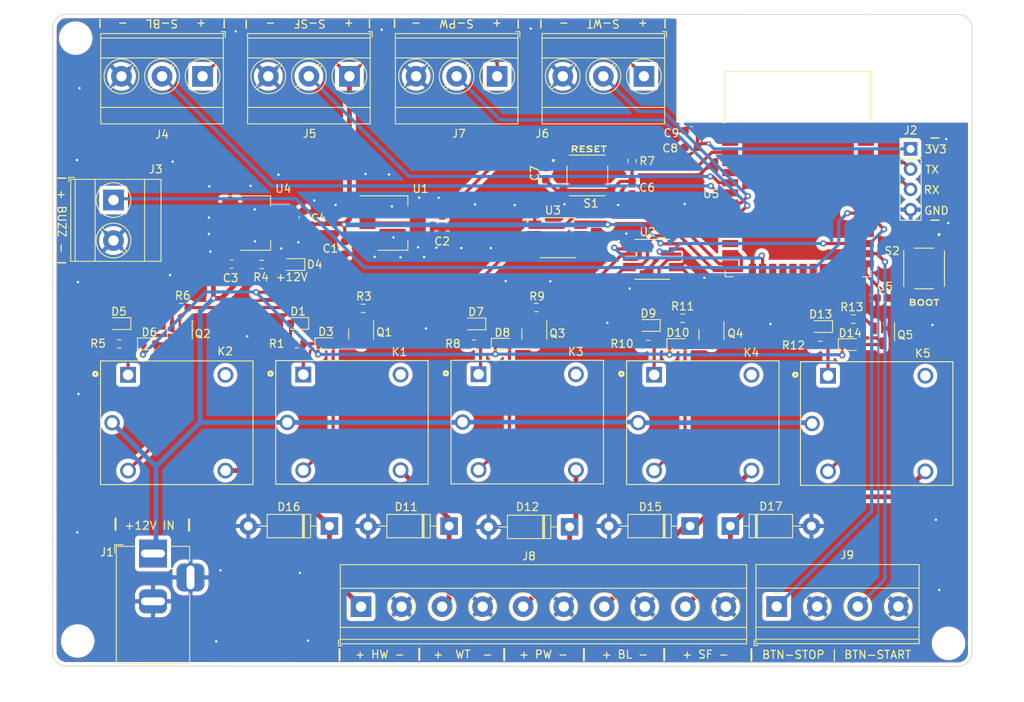
<source format=kicad_pcb>
(kicad_pcb (version 20211014) (generator pcbnew)
  (layers (0 "F.Cu" signal) (31 "B.Cu" signal) (34 "B.Paste" user) (35 "F.Paste" user) (36 "B.SilkS" user "B.Silkscreen") (37 "F.SilkS" user "F.Silkscreen") (38 "B.Mask" user) (39 "F.Mask" user) (44 "Edge.Cuts" user))
  (net 0 "")
  (net 1 "+12V")
  (net 2 "GND")
  (net 3 "+5V")
  (net 4 "+3V3")
  (net 5 "BOOT")
  (net 6 "EN")
  (net 7 "Net-(D1-Pad1)")
  (net 8 "Net-(D1-Pad2)")
  (net 9 "Net-(D4-Pad2)")
  (net 10 "Net-(D5-Pad1)")
  (net 11 "Net-(D5-Pad2)")
  (net 12 "Net-(D7-Pad2)")
  (net 13 "Net-(D9-Pad2)")
  (net 14 "WATER")
  (net 15 "POWDER")
  (net 16 "BLEACH")
  (net 17 "SOFTENER")
  (net 18 "SENSOR_POWDER")
  (net 19 "SENSOR_SOFTENER")
  (net 20 "SENSOR_BLEACH")
  (net 21 "TX")
  (net 22 "RX")
  (net 23 "BUZZER")
  (net 24 "SENSOR_WATER")
  (net 27 "Net-(D7-Pad1)")
  (net 29 "Net-(D10-Pad2)")
  (net 31 "Net-(Q1-Pad2)")
  (net 32 "Net-(Q2-Pad2)")
  (net 33 "Net-(Q3-Pad2)")
  (net 34 "Net-(Q4-Pad2)")
  (net 35 "R_S")
  (net 36 "R_W")
  (net 37 "R_P")
  (net 38 "R_B")
  (net 39 "RELAY_WATER_3V3")
  (net 40 "RELAY_POWDER_3V3")
  (net 41 "RELAY_SOFTENER_3V3")
  (net 42 "RELAY_BLEACH_3V3")
  (net 43 "Net-(D13-Pad2)")
  (net 44 "HOTWATER")
  (net 45 "Net-(D13-Pad1)")
  (net 47 "Net-(Q5-Pad2)")
  (net 48 "R_HW")
  (net 49 "RELAY_HOTWATER_3V3")
  (net 71 "BUTTON_STOP")
  (net 73 "BUTTON_START")
  (footprint "Diode_SMD:D_0603_1608Metric" (layer "F.Cu") (at 185.3975 95.6825)
    (fp_text reference "D14")
    (fp_text value "D")
  )
  (footprint "Resistor_SMD:R_0603_1608Metric" (layer "F.Cu") (at 164.4075 92.3825 180)
    (fp_text reference "R11")
    (fp_text value "1k")
  )
  (footprint "SRD-05VDC-SL-C:RELAY_SRD-05VDC-SL-C" (layer "F.Cu") (at 166.93 105.4725)
    (fp_text reference "K4")
    (fp_text value "SRD-05VDC-SL-C")
  )
  (footprint "LED_SMD:LED_0603_1608Metric" (layer "F.Cu") (at 160.1075 93.2825 180)
    (fp_text reference "D9")
    (fp_text value "LED_R1")
  )
  (footprint "LED_SMD:LED_0603_1608Metric" (layer "F.Cu") (at 93.765 93.0525 180)
    (fp_text reference "D5")
    (fp_text value "LED_R1")
  )
  (footprint "Package_TO_SOT_SMD:SOT-223-3_TabPin2" (layer "F.Cu") (at 128.06 80.44)
    (fp_text reference "U1")
    (fp_text value "AMS1117-3.3")
  )
  (footprint "SRD-05VDC-SL-C:RELAY_SRD-05VDC-SL-C" (layer "F.Cu") (at 144.93 105.4025)
    (fp_text reference "K3")
    (fp_text value "SRD-05VDC-SL-C")
  )
  (footprint "MountingHole:MountingHole_3.2mm_M3" (layer "F.Cu") (at 88.59 132.85)
    (fp_text reference "REF**" hide)
    (fp_text value "MountingHole_3.2mm_M3")
  )
  (footprint "TerminalBlock_Phoenix:TerminalBlock_Phoenix_MKDS-3-2-5.08_1x02_P5.08mm_Horizontal" (layer "F.Cu") (at 93.08 77.555 -90)
    (fp_text reference "J3")
    (fp_text value "Screw_Terminal_01x02")
  )
  (footprint "LED_SMD:LED_0603_1608Metric" (layer "F.Cu") (at 181.6975 93.4225 180)
    (fp_text reference "D13")
    (fp_text value "LED_R1")
  )
  (footprint "Diode_SMD:D_0603_1608Metric" (layer "F.Cu") (at 97.575 95.5925)
    (fp_text reference "D6")
    (fp_text value "D")
  )
  (footprint "Capacitor_SMD:C_0603_1608Metric" (layer "F.Cu") (at 165.475 70.94 180)
    (fp_text reference "C8")
    (fp_text value "100nF/10V/10%")
  )
  (footprint "TerminalBlock_Phoenix:TerminalBlock_Phoenix_MKDS-1,5-4-5.08_1x04_P5.08mm_Horizontal" (layer "F.Cu") (at 176.19 128.525)
    (fp_text reference "J9")
    (fp_text value "Screw_Terminal_01x04")
  )
  (footprint "Resistor_SMD:R_0603_1608Metric" (layer "F.Cu") (at 146.06 91.04)
    (fp_text reference "R9")
    (fp_text value "1k")
  )
  (footprint "Resistor_SMD:R_0603_1608Metric" (layer "F.Cu") (at 185.7975 92.4825 180)
    (fp_text reference "R13")
    (fp_text value "1k")
  )
  (footprint "Diode_THT:D_DO-41_SOD81_P10.16mm_Horizontal" (layer "F.Cu") (at 135.14 118.44 180)
    (fp_text reference "D11")
    (fp_text value "1N4007")
  )
  (footprint "Resistor_SMD:R_0603_1608Metric" (layer "F.Cu") (at 160.1075 95.6825 180)
    (fp_text reference "R10")
    (fp_text value "150")
  )
  (footprint "TerminalBlock_Phoenix:TerminalBlock_Phoenix_MKDS-1,5-10-5.08_1x10_P5.08mm_Horizontal" (layer "F.Cu") (at 124.1 128.545)
    (fp_text reference "J8")
    (fp_text value "Screw_Terminal_01x10")
  )
  (footprint "Package_TO_SOT_SMD:SOT-23" (layer "F.Cu") (at 189.3975 94.5825 -90)
    (fp_text reference "Q5")
    (fp_text value "2N2219")
  )
  (footprint "Package_TO_SOT_SMD:SOT-23" (layer "F.Cu") (at 124.1075 94.3825 -90)
    (fp_text reference "Q1")
    (fp_text value "2N2219")
  )
  (footprint "TS-1187A-B-A-B:SW_TS-1187A-B-A-B" (layer "F.Cu") (at 152.4575 74.47)
    (fp_text reference "S1")
    (fp_text value "TS-1187A-B-A-B")
  )
  (footprint "Capacitor_SMD:C_0603_1608Metric" (layer "F.Cu") (at 107.885 85.61)
    (fp_text reference "C3")
    (fp_text value "10uF/10V/10%")
  )
  (footprint "Package_TO_SOT_SMD:SOT-23" (layer "F.Cu") (at 145.8075 94.3625 -90)
    (fp_text reference "Q3")
    (fp_text value "2N2219")
  )
  (footprint "Diode_THT:D_DO-41_SOD81_P10.16mm_Horizontal" (layer "F.Cu") (at 150.24 118.54 180)
    (fp_text reference "D12")
    (fp_text value "1N4007")
  )
  (footprint "TS-1187A-B-A-B:SW_TS-1187A-B-A-B" (layer "F.Cu") (at 194.66 86.14 -90)
    (fp_text reference "S2")
    (fp_text value "TS-1187A-B-A-B")
  )
  (footprint "LED_SMD:LED_0603_1608Metric" (layer "F.Cu") (at 115.56 85.64 180)
    (fp_text reference "D4")
    (fp_text value "12V")
  )
  (footprint "RF_Module:ESP32-WROOM-32" (layer "F.Cu") (at 178.86 77.295)
    (fp_text reference "U5")
    (fp_text value "ESP32-WROOM-32D")
  )
  (footprint "TerminalBlock_Phoenix:TerminalBlock_Phoenix_MKDS-3-3-5.08_1x03_P5.08mm_Horizontal" (layer "F.Cu") (at 159.545 62.04 180)
    (fp_text reference "J6")
    (fp_text value "Screw_Terminal_01x03")
  )
  (footprint "Capacitor_SMD:C_0603_1608Metric" (layer "F.Cu") (at 134.26 80.34 -90)
    (fp_text reference "C2")
    (fp_text value "22uF/10V/10%")
  )
  (footprint "Package_TO_SOT_SMD:SOT-23" (layer "F.Cu") (at 101.385 94.3225 -90)
    (fp_text reference "Q2")
    (fp_text value "2N2219")
  )
  (footprint "Diode_SMD:D_0603_1608Metric" (layer "F.Cu") (at 141.9075 95.6325)
    (fp_text reference "D8")
    (fp_text value "D")
  )
  (footprint "Capacitor_SMD:C_0603_1608Metric" (layer "F.Cu") (at 147.2575 74.27 -90)
    (fp_text reference "C7")
    (fp_text value "0.1uF/50v")
  )
  (footprint "Connector_PinHeader_2.54mm:PinHeader_1x04_P2.54mm_Vertical" (layer "F.Cu") (at 192.96 71.14)
    (fp_text reference "J2")
    (fp_text value "Conn_01x04_Male")
  )
  (footprint "MountingHole:MountingHole_3.2mm_M3" (layer "F.Cu") (at 197.72 133.15)
    (fp_text reference "REF**" hide)
    (fp_text value "MountingHole_3.2mm_M3")
  )
  (footprint "Capacitor_SMD:C_0603_1608Metric" (layer "F.Cu") (at 165.495 68.855 180)
    (fp_text reference "C9")
    (fp_text value "22uF/10V/10%")
  )
  (footprint "Diode_THT:D_DO-41_SOD81_P10.16mm_Horizontal" (layer "F.Cu") (at 120.14 118.44 180)
    (fp_text reference "D16")
    (fp_text value "1N4007")
  )
  (footprint "SRD-05VDC-SL-C:RELAY_SRD-05VDC-SL-C" (layer "F.Cu") (at 188.72 105.5825)
    (fp_text reference "K5")
    (fp_text value "SRD-05VDC-SL-C")
  )
  (footprint "Diode_SMD:D_0603_1608Metric" (layer "F.Cu") (at 119.815 95.57)
    (fp_text reference "D3")
    (fp_text value "D")
  )
  (footprint "Resistor_SMD:R_0603_1608Metric" (layer "F.Cu") (at 124.36 91.14)
    (fp_text reference "R3")
    (fp_text value "1k")
  )
  (footprint "SRD-05VDC-SL-C:RELAY_SRD-05VDC-SL-C" (layer "F.Cu") (at 101.0075 105.4825)
    (fp_text reference "K2")
    (fp_text value "SRD-05VDC-SL-C")
  )
  (footprint "Resistor_SMD:R_0603_1608Metric" (layer "F.Cu") (at 158.0575 72.67 -90)
    (fp_text reference "R7")
    (fp_text value "10k")
  )
  (footprint "LED_SMD:LED_0603_1608Metric" (layer "F.Cu") (at 116.0575 93.03 180)
    (fp_text reference "D1")
    (fp_text value "LED_R1")
  )
  (footprint "Capacitor_SMD:C_0603_1608Metric" (layer "F.Cu") (at 189.56 89.84)
    (fp_text reference "C5")
    (fp_text value "0.1uF/50v")
  )
  (footprint "Package_TO_SOT_SMD:SOT-223-3_TabPin2" (layer "F.Cu") (at 110.86 80.44)
    (fp_text reference "U4")
    (fp_text value "AMS1117-5.0")
  )
  (footprint "Diode_THT:D_DO-41_SOD81_P10.16mm_Horizontal" (layer "F.Cu") (at 165.34 118.44 180)
    (fp_text reference "D15")
    (fp_text value "1N4007")
  )
  (footprint "Connector_BarrelJack:BarrelJack_Horizontal" (layer "F.Cu") (at 98.0325 121.88 90)
    (fp_text reference "J1")
    (fp_text value "Barrel_Jack_Switch")
  )
  (footprint "Resistor_SMD:R_0603_1608Metric" (layer "F.Cu") (at 101.56 91.04)
    (fp_text reference "R6")
    (fp_text value "1k")
  )
  (footprint "Resistor_SMD:R_0603_1608Metric" (layer "F.Cu") (at 111.66 85.64)
    (fp_text reference "R4")
    (fp_text value "2k")
  )
  (footprint "MountingHole:MountingHole_3.2mm_M3" (layer "F.Cu") (at 197.3 57.75)
    (fp_text reference "REF**" hide)
    (fp_text value "MountingHole_3.2mm_M3")
  )
  (footprint "SN74AHCT125PW:SOP65P640X120-14N" (layer "F.Cu") (at 148.74 82.28)
    (fp_text reference "U3")
    (fp_text value "SN74AHCT125PW")
  )
  (footprint "Resistor_SMD:R_0603_1608Metric" (layer "F.Cu") (at 116.0575 95.57 180)
    (fp_text reference "R1")
    (fp_text value "150")
  )
  (footprint "Resistor_SMD:R_0603_1608Metric" (layer "F.Cu") (at 93.765 95.5925 180)
    (fp_text reference "R5")
    (fp_text value "150")
  )
  (footprint "Resistor_SMD:R_0603_1608Metric" (layer "F.Cu") (at 181.6775 95.7825 180)
    (fp_text reference "R12")
    (fp_text value "150")
  )
  (footprint "Diode_THT:D_DO-41_SOD81_P10.16mm_Horizontal" (layer "F.Cu") (at 170.38 118.44)
    (fp_text reference "D17")
    (fp_text value "1N4007")
  )
  (footprint "SN74AHCT125PW:SOP65P640X120-14N" (layer "F.Cu") (at 160.6 84.99)
    (fp_text reference "U2")
    (fp_text value "SN74AHCT125PW")
  )
  (footprint "TerminalBlock_Phoenix:TerminalBlock_Phoenix_MKDS-3-3-5.08_1x03_P5.08mm_Horizontal" (layer "F.Cu") (at 141.16 62.04 180)
    (fp_text reference "J7")
    (fp_text value "Screw_Terminal_01x03")
  )
  (footprint "TerminalBlock_Phoenix:TerminalBlock_Phoenix_MKDS-3-3-5.08_1x03_P5.08mm_Horizontal" (layer "F.Cu") (at 104.245 62.04 180)
    (fp_text reference "J4")
    (fp_text value "Screw_Terminal_01x03")
  )
  (footprint "SRD-05VDC-SL-C:RELAY_SRD-05VDC-SL-C" (layer "F.Cu") (at 122.96 105.44)
    (fp_text reference "K1")
    (fp_text value "SRD-05VDC-SL-C")
  )
  (footprint "Resistor_SMD:R_0603_1608Metric" (layer "F.Cu") (at 138.2475 95.6325 180)
    (fp_text reference "R8")
    (fp_text value "150")
  )
  (footprint "MountingHole:MountingHole_3.2mm_M3" (layer "F.Cu") (at 88.34 57.25)
    (fp_text reference "REF**" hide)
    (fp_text value "MountingHole_3.2mm_M3")
  )
  (footprint "LED_SMD:LED_0603_1608Metric" (layer "F.Cu") (at 138.2475 93.0925 180)
    (fp_text reference "D7")
    (fp_text value "LED_R1")
  )
  (footprint "Capacitor_SMD:C_0603_1608Metric" (layer "F.Cu") (at 116.86 79.74 90)
    (fp_text reference "C4")
    (fp_text value "10uF/10V/10%")
  )
  (footprint "Capacitor_SMD:C_0603_1608Metric" (layer "F.Cu") (at 122.06 83.54 -90)
    (fp_text reference "C1")
    (fp_text value "22uF/10V/10%")
  )
  (footprint "TerminalBlock_Phoenix:TerminalBlock_Phoenix_MKDS-3-3-5.08_1x03_P5.08mm_Horizontal" (layer "F.Cu") (at 122.645 62.04 180)
    (fp_text reference "J5")
    (fp_text value "Screw_Terminal_01x03")
  )
  (footprint "Package_TO_SOT_SMD:SOT-23" (layer "F.Cu") (at 168.0075 94.445 -90)
    (fp_text reference "Q4")
    (fp_text value "2N2219")
  )
  (footprint "Capacitor_SMD:C_0603_1608Metric" (layer "F.Cu") (at 158.0575 75.995 -90)
    (fp_text reference "C6")
    (fp_text value "0.1uF")
  )
  (footprint "Diode_SMD:D_0603_1608Metric" (layer "F.Cu") (at 163.9075 95.6825)
    (fp_text reference "D10")
    (fp_text value "D")
  )
  (gr_arc (start 198.962122 54.287878) (mid 200.16 54.79) (end 200.662122 55.987878) (layer "Edge.Cuts") (width 0.1))
  (gr_line (start 200.662122 55.987878) (end 200.66 134.33) (layer "Edge.Cuts") (width 0.1))
  (gr_line (start 87.167878 54.257878) (end 198.962122 54.287878) (layer "Edge.Cuts") (width 0.1))
  (gr_line (start 85.45 134.29) (end 85.467878 55.957878) (layer "Edge.Cuts") (width 0.1))
  (gr_arc (start 85.467878 55.957878) (mid 85.97 54.76) (end 87.167878 54.257878) (layer "Edge.Cuts") (width 0.1))
  (gr_line (start 198.96 136.03) (end 87.15 135.99) (layer "Edge.Cuts") (width 0.1))
  (gr_arc (start 200.66 134.33) (mid 200.157878 135.527878) (end 198.96 136.03) (layer "Edge.Cuts") (width 0.1))
  (gr_arc (start 87.15 135.99) (mid 85.952122 135.487878) (end 85.45 134.29) (layer "Edge.Cuts") (width 0.1))
  (gr_text "|" (at 152.03 134.49) (layer "F.SilkS") (effects (font (size 1 1) (thickness 0.25))))
  (gr_text "|" (at 196.05 69.77 270) (layer "F.SilkS") (effects (font (size 0.7 1) (thickness 0.175))))
  (gr_text "|" (at 162.2 55.51 180) (layer "F.SilkS") (effects (font (size 0.7 1) (thickness 0.175))))
  (gr_text "|" (at 146.64 55.53 180) (layer "F.SilkS") (effects (font (size 0.7 1) (thickness 0.175))))
  (gr_text "+   S-BL   -" (at 99.16 55.44 180) (layer "F.SilkS") (effects (font (size 1 1))))
  (gr_text "+12V IN" (at 97.62 118.38) (layer "F.SilkS") (effects (font (size 1 1))))
  (gr_text "|" (at 128.3 55.49 180) (layer "F.SilkS") (effects (font (size 0.7 1) (thickness 0.175))))
  (gr_text "+   S-SF   -" (at 117.66 55.44 180) (layer "F.SilkS") (effects (font (size 1 1))))
  (gr_text "RESET" (at 152.62 71.18) (layer "F.SilkS") (effects (font (size 0.7 1) (thickness 0.175))))
  (gr_text "|" (at 86.54 85.42 90) (layer "F.SilkS") (effects (font (size 0.7 1) (thickness 0.175))))
  (gr_text "BOOT" (at 194.65 90.43) (layer "F.SilkS") (effects (font (size 0.7 1) (thickness 0.175))))
  (gr_text "|" (at 106.95 55.51 180) (layer "F.SilkS") (effects (font (size 0.7 1) (thickness 0.175))))
  (gr_text "+ HW -" (at 126.46 134.54) (layer "F.SilkS") (effects (font (size 1 1))))
  (gr_text "+ SF -" (at 167.26 134.54) (layer "F.SilkS") (effects (font (size 1 1))))
  (gr_text "|" (at 143.8 55.54 180) (layer "F.SilkS") (effects (font (size 0.7 1) (thickness 0.175))))
  (gr_text "+ PW -" (at 146.96 134.54) (layer "F.SilkS") (effects (font (size 1 1))))
  (gr_text "+   S-WT   -" (at 154.46 55.44 180) (layer "F.SilkS") (effects (font (size 1 1))))
  (gr_text "|" (at 142.04 134.49) (layer "F.SilkS") (effects (font (size 1 1) (thickness 0.25))))
  (gr_text "|" (at 86.57 74.81 90) (layer "F.SilkS") (effects (font (size 0.7 1) (thickness 0.175))))
  (gr_text "GND" (at 196.21 78.89) (layer "F.SilkS") (effects (font (size 1 1))))
  (gr_text "|" (at 93.33 118.14) (layer "F.SilkS") (effects (font (size 1 1) (thickness 0.25))))
  (gr_text "+12V" (at 115.42 87.22) (layer "F.SilkS") (effects (font (size 1 1))))
  (gr_text "3V3" (at 196.11 71.19) (layer "F.SilkS") (effects (font (size 1 1))))
  (gr_text "+  WT  -" (at 136.86 134.54) (layer "F.SilkS") (effects (font (size 1 1))))
  (gr_text "RX" (at 195.61 76.29) (layer "F.SilkS") (effects (font (size 1 1))))
  (gr_text "|" (at 196.05 80.08 270) (layer "F.SilkS") (effects (font (size 0.7 1) (thickness 0.175))))
  (gr_text "|" (at 91.39 55.5 180) (layer "F.SilkS") (effects (font (size 0.7 1) (thickness 0.175))))
  (gr_text "|" (at 125.16 55.49 180) (layer "F.SilkS") (effects (font (size 0.7 1) (thickness 0.175))))
  (gr_text "|" (at 109.71 55.56 180) (layer "F.SilkS") (effects (font (size 0.7 1) (thickness 0.175))))
  (gr_text "+ BL -" (at 157.16 134.54) (layer "F.SilkS") (effects (font (size 1 1))))
  (gr_text "+ BUZZ -" (at 86.59 80.24 270) (layer "F.SilkS") (effects (font (size 1 1))))
  (gr_text "|" (at 121.4 134.52) (layer "F.SilkS") (effects (font (size 1 1) (thickness 0.25))))
  (gr_text "TX" (at 195.66 73.74) (layer "F.SilkS") (effects (font (size 1 1))))
  (gr_text "|" (at 173.02 134.52) (layer "F.SilkS") (effects (font (size 1 1) (thickness 0.25))))
  (gr_text "+   S-PW   -" (at 136.06 55.44 180) (layer "F.SilkS") (effects (font (size 1 1))))
  (gr_text "|" (at 131.4 134.45) (layer "F.SilkS") (effects (font (size 1 1) (thickness 0.25))))
  (gr_text "|" (at 102.55 118.23) (layer "F.SilkS") (effects (font (size 1 1) (thickness 0.25))))
  (gr_text "|" (at 162.09 134.49) (layer "F.SilkS") (effects (font (size 1 1) (thickness 0.25))))
  (gr_text "BTN-STOP | BTN-START" (at 183.7 134.57) (layer "F.SilkS") (effects (font (size 1 1))))
  (segment (start 105.6 89.88) (end 105.6 87.12) (width 0.6) (layer "F.Cu") (net 1))
  (segment (start 106.595 89.88) (end 110.835 85.64) (width 0.6) (layer "F.Cu") (net 1))
  (segment (start 105.6 87.12) (end 107.11 85.61) (width 0.6) (layer "F.Cu") (net 1))
  (segment (start 107.11 83.34) (end 107.71 82.74) (width 0.6) (layer "F.Cu") (net 1))
  (segment (start 107.11 85.61) (end 107.11 83.34) (width 0.6) (layer "F.Cu") (net 1))
  (segment (start 105.6 89.88) (end 106.595 89.88) (width 0.6) (layer "F.Cu") (net 1))
  (via (at 105.6 89.88) (size 0.8) (drill 0.4) (layers "F.Cu" "B.Cu") (net 1))
  (segment (start 158.76 105.4025) (end 158.83 105.4725) (width 0.6) (layer "B.Cu") (net 1))
  (segment (start 103.935 91.545) (end 103.935 105.44) (width 0.6) (layer "B.Cu") (net 1))
  (segment (start 98.4 110.975) (end 92.9075 105.4825) (width 0.6) (layer "B.Cu") (net 1))
  (segment (start 98.4 121.5125) (end 98.4 110.975) (width 0.6) (layer "B.Cu") (net 1))
  (segment (start 98.4 110.975) (end 103.935 105.44) (width 0.6) (layer "B.Cu") (net 1))
  (segment (start 114.86 105.44) (end 136.7925 105.44) (width 0.6) (layer "B.Cu") (net 1))
  (segment (start 105.6 89.88) (end 103.935 91.545) (width 0.6) (layer "B.Cu") (net 1))
  (segment (start 98.0325 121.88) (end 98.4 121.5125) (width 0.6) (layer "B.Cu") (net 1))
  (segment (start 180.51 105.4725) (end 180.62 105.5825) (width 0.6) (layer "B.Cu") (net 1))
  (segment (start 158.83 105.4725) (end 180.51 105.4725) (width 0.6) (layer "B.Cu") (net 1))
  (segment (start 136.7925 105.44) (end 136.83 105.4025) (width 0.6) (layer "B.Cu") (net 1))
  (segment (start 136.83 105.4025) (end 158.76 105.4025) (width 0.6) (layer "B.Cu") (net 1))
  (segment (start 103.935 105.44) (end 114.86 105.44) (width 0.6) (layer "B.Cu") (net 1))
  (segment (start 164.65452 85.35596) (end 165.19596 85.35596) (width 0.4) (layer "F.Cu") (net 2))
  (segment (start 163.47 83.69) (end 164.362997 83.69) (width 0.4) (layer "F.Cu") (net 2))
  (segment (start 165.19596 85.35596) (end 167.13 87.29) (width 0.4) (layer "F.Cu") (net 2))
  (segment (start 158.91452 84.698477) (end 158.91452 83.331523) (width 0.4) (layer "F.Cu") (net 2))
  (segment (start 157.73 84.99) (end 158.622997 84.99) (width 0.4) (layer "F.Cu") (net 2))
  (segment (start 164.65452 83.981523) (end 164.65452 85.35596) (width 0.4) (layer "F.Cu") (net 2))
  (segment (start 158.622997 84.99) (end 158.91452 84.698477) (width 0.4) (layer "F.Cu") (net 2))
  (segment (start 164.362997 83.69) (end 164.65452 83.981523) (width 0.4) (layer "F.Cu") (net 2))
  (segment (start 164.65452 85.35596) (end 164.37048 85.64) (width 0.4) (layer "F.Cu") (net 2))
  (segment (start 164.37048 85.64) (end 163.47 85.64) (width 0.4) (layer "F.Cu") (net 2))
  (segment (start 158.622997 83.04) (end 157.73 83.04) (width 0.4) (layer "F.Cu") (net 2))
  (segment (start 158.91452 83.331523) (end 158.622997 83.04) (width 0.4) (layer "F.Cu") (net 2))
  (via (at 126.68 56.19) (size 0.6) (drill 0.3) (layers "F.Cu" "B.Cu") (net 2))
  (via (at 197.44 69.92) (size 0.6) (drill 0.3) (layers "F.Cu" "B.Cu") (net 2))
  (via (at 142.23 87.71) (size 0.6) (drill 0.3) (layers "F.Cu" "B.Cu") (net 2))
  (via (at 157.76 88.65) (size 0.6) (drill 0.3) (layers "F.Cu" "B.Cu") (net 2))
  (via (at 110.81 82.74) (size 0.6) (drill 0.3) (layers "F.Cu" "B.Cu") (net 2))
  (via (at 149.59 78.09) (size 0.6) (drill 0.3) (layers "F.Cu" "B.Cu") (net 2))
  (via (at 195.71 93.23) (size 0.6) (drill 0.3) (layers "F.Cu" "B.Cu") (net 2))
  (via (at 105.09 75.84) (size 0.6) (drill 0.3) (layers "F.Cu" "B.Cu") (net 2))
  (via (at 88.82 63.52) (size 0.6) (drill 0.3) (layers "F.Cu" "B.Cu") (net 2))
  (via (at 88.69 101.88) (size 0.6) (drill 0.3) (layers "F.Cu" "B.Cu") (net 2))
  (via (at 133.55 83.53) (size 0.6) (drill 0.3) (layers "F.Cu" "B.Cu") (net 2))
  (via (at 105.96 132.91) (size 0.6) (drill 0.3) (layers "F.Cu" "B.Cu") (net 2))
  (via (at 116.43 124.31) (size 0.6) (drill 0.3) (layers "F.Cu" "B.Cu") (net 2))
  (via (at 120.91 78.17) (size 0.6) (drill 0.3) (layers "F.Cu" "B.Cu") (net 2))
  (via (at 127.61 74.34) (size 0.6) (drill 0.3) (layers "F.Cu" "B.Cu") (net 2))
  (via (at 197.69 80.44) (size 0.6) (drill 0.3) (layers "F.Cu" "B.Cu") (net 2))
  (via (at 128.17 82.24) (size 0.6) (drill 0.3) (layers "F.Cu" "B.Cu") (net 2))
  (via (at 110.26 75.77) (size 0.6) (drill 0.3) (layers "F.Cu" "B.Cu") (net 2))
  (via (at 164.66 78.04) (size 0.6) (drill 0.3) (layers "F.Cu" "B.Cu") (net 2))
  (via (at 147.82 87.74) (size 0.6) (drill 0.3) (layers "F.Cu" "B.Cu") (net 2))
  (via (at 117.47 132.81) (size 0.6) (drill 0.3) (layers "F.Cu" "B.Cu") (net 2))
  (via (at 167.13 87.29) (size 0.6) (drill 0.3) (layers "F.Cu" "B.Cu") (net 2))
  (via (at 105.04 79.76) (size 0.6) (drill 0.3) (layers "F.Cu" "B.Cu") (net 2))
  (via (at 157.36 81.77) (size 0.6) (drill 0.3) (layers "F.Cu" "B.Cu") (net 2))
  (via (at 154.97 92.95) (size 0.6) (drill 0.3) (layers "F.Cu" "B.Cu") (net 2))
  (via (at 145.36 56.06) (size 0.6) (drill 0.3) (layers "F.Cu" "B.Cu") (net 2))
  (via (at 129.05 84.73) (size 0.6) (drill 0.3) (layers "F.Cu" "B.Cu") (net 2))
  (via (at 116.25 82.85) (size 0.6) (drill 0.3) (layers "F.Cu" "B.Cu") (net 2))
  (via (at 125.81 84.67) (size 0.6) (drill 0.3) (layers "F.Cu" "B.Cu") (net 2))
  (via (at 136.68 83.58) (size 0.6) (drill 0.3) (layers "F.Cu" "B.Cu") (net 2))
  (via (at 132 84.7) (size 0.6) (drill 0.3) (layers "F.Cu" "B.Cu") (net 2))
  (via (at 131.26 83.49) (size 0.6) (drill 0.3) (layers "F.Cu" "B.Cu") (net 2))
  (via (at 100.16 86.96) (size 0.6) (drill 0.3) (layers "F.Cu" "B.Cu") (net 2))
  (via (at 127.97 78.35) (size 0.6) (drill 0.3) (layers "F.Cu" "B.Cu") (net 2))
  (via (at 118.24 77.61) (size 0.6) (drill 0.3) (layers "F.Cu" "B.Cu") (net 2))
  (via (at 105.22 84.01) (size 0.6) (drill 0.3) (layers "F.Cu" "B.Cu") (net 2))
  (via (at 124.66 74.28) (size 0.6) (drill 0.3) (layers "F.Cu" "B.Cu") (net 2))
  (via (at 106.48 124) (size 0.6) (drill 0.3) (layers "F.Cu" "B.Cu") (net 2))
  (via (at 140.36 83.58) (size 0.6) (drill 0.3) (layers "F.Cu" "B.Cu") (net 2))
  (via (at 113.75 74.38) (size 0.6) (drill 0.3) (layers "F.Cu" "B.Cu") (net 2))
  (via (at 138.38 78.1) (size 0.6) (drill 0.3) (layers "F.Cu" "B.Cu") (net 2))
  (via (at 110.78 78.73) (size 0.6) (drill 0.3) (layers "F.Cu" "B.Cu") (net 2))
  (via (at 88.54 119.23) (size 0.6) (drill 0.3) (layers "F.Cu" "B.Cu") (net 2))
  (via (at 108.39 56.4) (size 0.6) (drill 0.3) (layers "F.Cu" "B.Cu") (net 2))
  (via (at 133.83 77.28) (size 0.6) (drill 0.3) (layers "F.Cu" "B.Cu") (net 2))
  (via (at 100.5 72.74) (size 0.6) (drill 0.3) (layers "F.Cu" "B.Cu") (net 2))
  (via (at 109.82 94.65) (size 0.6) (drill 0.3) (layers "F.Cu" "B.Cu") (net 2))
  (via (at 105.03 81.8) (size 0.6) (drill 0.3) (layers "F.Cu" "B.Cu") (net 2))
  (via (at 196.14 117.65) (size 0.6) (drill 0.3) (layers "F.Cu" "B.Cu") (net 2))
  (via (at 114.09 83.63) (size 0.6) (drill 0.3) (layers "F.Cu" "B.Cu") (net 2))
  (via (at 131.39 77.25) (size 0.6) (drill 0.3) (layers "F.Cu" "B.Cu") (net 2))
  (via (at 196.56 126.46) (size 0.6) (drill 0.3) (layers "F.Cu" "B.Cu") (net 2))
  (via (at 88.5 72.54) (size 0.6) (drill 0.3) (layers "F.Cu" "B.Cu") (net 2))
  (via (at 156.32 78.18) (size 0.6) (drill 0.3) (layers "F.Cu" "B.Cu") (net 2))
  (via (at 88.62 87.85) (size 0.6) (drill 0.3) (layers "F.Cu" "B.Cu") (net 2))
  (via (at 132.25 93.66) (size 0.6) (drill 0.3) (layers "F.Cu" "B.Cu") (net 2))
  (via (at 143.36 78.19) (size 0.6) (drill 0.3) (layers "F.Cu" "B.Cu") (net 2))
  (via (at 175.41 93.09) (size 0.6) (drill 0.3) (layers "F.Cu" "B.Cu") (net 2))
  (segment (start 182.62 95.9) (end 182.5025 95.7825) (width 0.4) (layer "F.Cu") (net 3))
  (segment (start 119.775 59.17) (end 122.645 62.04) (width 0.4) (layer "F.Cu") (net 3))
  (segment (start 116.86 80.515) (end 114.085 80.515) (width 0.6) (layer "F.Cu") (net 3))
  (segment (start 122.645 62.04) (end 125.475 59.21) (width 0.4) (layer "F.Cu") (net 3))
  (segment (start 94.59 95.5925) (end 94.9075 95.91) (width 0.4) (layer "F.Cu") (net 3))
  (segment (start 114.085 80.515) (end 114.01 80.44) (width 0.6) (layer "F.Cu") (net 3))
  (segment (start 162.76 96.96) (end 162.76 96.0425) (width 0.4) (layer "F.Cu") (net 3))
  (segment (start 184.61 95.6825) (end 182.6025 95.6825) (width 0.4) (layer "F.Cu") (net 3))
  (segment (start 184.4 95.8925) (end 184.61 95.6825) (width 0.4) (layer "F.Cu") (net 3))
  (segment (start 116.86 95.5925) (end 116.8825 95.57) (width 0.4) (layer "F.Cu") (net 3))
  (segment (start 118.73 96.91) (end 118.73 95.8675) (width 0.4) (layer "F.Cu") (net 3))
  (segment (start 163.12 95.6825) (end 160.9325 95.6825) (width 0.4) (layer "F.Cu") (net 3))
  (segment (start 117.94 81.595) (end 116.86 80.515) (width 0.4) (layer "F.Cu") (net 3))
  (segment (start 114.86 89.12) (end 117.94 86.04) (width 0.4) (layer "F.Cu") (net 3))
  (segment (start 184.4 97.02) (end 184.4 95.8925) (width 0.4) (layer "F.Cu") (net 3))
  (segment (start 141.16 60.33) (end 140.04 59.21) (width 0.4) (layer "F.Cu") (net 3))
  (segment (start 151.61 80.33) (end 154.71 80.33) (width 0.4) (layer "F.Cu") (net 3))
  (segment (start 156.715 59.21) (end 159.545 62.04) (width 0.4) (layer "F.Cu") (net 3))
  (segment (start 121.97 80.63) (end 121.855 80.515) (width 0.6) (layer "F.Cu") (net 3))
  (segment (start 110.94 89.12) (end 114.86 89.12) (width 0.4) (layer "F.Cu") (net 3))
  (segment (start 139.0725 99.16) (end 138.83 99.4025) (width 0.4) (layer "F.Cu") (net 3))
  (segment (start 163.47 83.04) (end 161.7 83.04) (width 0.4) (layer "F.Cu") (net 3))
  (segment (start 160.83 95.785) (end 160.9325 95.6825) (width 0.4) (layer "F.Cu") (net 3))
  (segment (start 154.71 80.33) (end 155.01 80.63) (width 0.4) (layer "F.Cu") (net 3))
  (segment (start 118.73 95.8675) (end 119.0275 95.57) (width 0.4) (layer "F.Cu") (net 3))
  (segment (start 122.645 79.955) (end 122.645 62.04) (width 0.6) (layer "F.Cu") (net 3))
  (segment (start 124.885 82.765) (end 124.91 82.74) (width 0.4) (layer "F.Cu") (net 3))
  (segment (start 122.06 82.765) (end 124.885 82.765) (width 0.4) (layer "F.Cu") (net 3))
  (segment (start 161.7 83.04) (end 161.64 82.98) (width 0.4) (layer "F.Cu") (net 3))
  (segment (start 125.475 59.21) (end 140.04 59.21) (width 0.4) (layer "F.Cu") (net 3))
  (segment (start 162.76 96.0425) (end 163.12 95.6825) (width 0.4) (layer "F.Cu") (net 3))
  (segment (start 182.6025 95.6825) (end 182.5025 95.7825) (width 0.4) (layer "F.Cu") (net 3))
  (segment (start 121.97 80.63) (end 122.645 79.955) (width 0.6) (layer "F.Cu") (net 3))
  (segment (start 139.0725 95.6325) (end 139.0725 99.16) (width 0.4) (layer "F.Cu") (net 3))
  (segment (start 116.86 99.44) (end 116.86 95.5925) (width 0.4) (layer "F.Cu") (net 3))
  (segment (start 160.83 99.4725) (end 160.83 95.785) (width 0.4) (layer "F.Cu") (net 3))
  (segment (start 122.06 82.765) (end 122.06 80.72) (width 0.4) (layer "F.Cu") (net 3))
  (segment (start 121.855 80.515) (end 116.86 80.515) (width 0.6) (layer "F.Cu") (net 3))
  (segment (start 140.92 96.88) (end 140.92 95.8325) (width 0.4) (layer "F.Cu") (net 3))
  (segment (start 141.16 62.04) (end 141.16 60.33) (width 0.4) (layer "F.Cu") (net 3))
  (segment (start 140.92 95.8325) (end 141.12 95.6325) (width 0.4) (layer "F.Cu") (net 3))
  (segment (start 94.9075 95.91) (end 94.9075 99.4825) (width 0.4) (layer "F.Cu") (net 3))
  (segment (start 104.245 62.04) (end 107.115 59.17) (width 0.4) (layer "F.Cu") (net 3))
  (segment (start 182.62 99.5825) (end 182.62 95.9) (width 0.4) (layer "F.Cu") (net 3))
  (segment (start 96.78 96.94) (end 96.78 95.6) (width 0.4) (layer "F.Cu") (net 3))
  (segment (start 122.06 80.72) (end 121.97 80.63) (width 0.4) (layer "F.Cu") (net 3))
  (segment (start 96.7875 95.5925) (end 94.59 95.5925) (width 0.4) (layer "F.Cu") (net 3))
  (segment (start 107.71 80.44) (end 114.01 80.44) (width 0.6) (layer "F.Cu") (net 3))
  (segment (start 107.115 59.17) (end 119.775 59.17) (width 0.4) (layer "F.Cu") (net 3))
  (segment (start 117.94 86.04) (end 117.94 81.595) (width 0.4) (layer "F.Cu") (net 3))
  (segment (start 141.12 95.6325) (end 139.0725 95.6325) (width 0.4) (layer "F.Cu") (net 3))
  (segment (start 140.04 59.21) (end 156.715 59.21) (width 0.4) (layer "F.Cu") (net 3))
  (segment (start 96.78 95.6) (end 96.7875 95.5925) (width 0.4) (layer "F.Cu") (net 3))
  (segment (start 116.8825 95.57) (end 119.0275 95.57) (width 0.4) (layer "F.Cu") (net 3))
  (via (at 161.64 82.98) (size 0.8) (drill 0.4) (layers "F.Cu" "B.Cu") (net 3))
  (via (at 140.92 96.88) (size 0.8) (drill 0.4) (layers "F.Cu" "B.Cu") (net 3))
  (via (at 118.73 96.91) (size 0.8) (drill 0.4) (layers "F.Cu" "B.Cu") (net 3))
  (via (at 155.01 80.63) (size 0.8) (drill 0.4) (layers "F.Cu" "B.Cu") (net 3))
  (via (at 121.97 80.63) (size 0.8) (drill 0.4) (layers "F.Cu" "B.Cu") (net 3))
  (via (at 96.78 96.94) (size 0.8) (drill 0.4) (layers "F.Cu" "B.Cu") (net 3))
  (via (at 184.4 97.02) (size 0.8) (drill 0.4) (layers "F.Cu" "B.Cu") (net 3))
  (via (at 162.76 96.96) (size 0.8) (drill 0.4) (layers "F.Cu" "B.Cu") (net 3))
  (via (at 110.94 89.12) (size 0.8) (drill 0.4) (layers "F.Cu" "B.Cu") (net 3))
  (segment (start 154.97 80.67) (end 155.01 80.63) (width 0.6) (layer "B.Cu") (net 3))
  (segment (start 110.94 89.12) (end 110.900489 89.080489) (width 0.4) (layer "B.Cu") (net 3))
  (segment (start 162.76 96.96) (end 184.34 96.96) (width 0.4) (layer "B.Cu") (net 3))
  (segment (start 140.92 96.88) (end 162.68 96.88) (width 0.4) (layer "B.Cu") (net 3))
  (segment (start 110.900489 89.080489) (end 104.639511 89.080489) (width 0.4) (layer "B.Cu") (net 3))
  (segment (start 155.01 80.63) (end 159.29 80.63) (width 0.4) (layer "B.Cu") (net 3))
  (segment (start 110.94 89.12) (end 118.73 96.91) (width 0.4) (layer "B.Cu") (net 3))
  (segment (start 162.68 96.88) (end 162.76 96.96) (width 0.4) (layer "B.Cu") (net 3))
  (segment (start 184.34 96.96) (end 184.4 97.02) (width 0.4) (layer "B.Cu") (net 3))
  (segment (start 104.639511 89.080489) (end 96.78 96.94) (width 0.4) (layer "B.Cu") (net 3))
  (segment (start 140.89 96.91) (end 140.92 96.88) (width 0.4) (layer "B.Cu") (net 3))
  (segment (start 118.73 96.91) (end 140.89 96.91) (width 0.4) (layer "B.Cu") (net 3))
  (segment (start 122.01 80.67) (end 154.97 80.67) (width 0.6) (layer "B.Cu") (net 3))
  (segment (start 159.29 80.63) (end 161.64 82.98) (width 0.4) (layer "B.Cu") (net 3))
  (segment (start 121.97 80.63) (end 122.01 80.67) (width 0.6) (layer "B.Cu") (net 3))
  (segment (start 165.345 71.845) (end 166.25 70.94) (width 0.4) (layer "F.Cu") (net 4))
  (segment (start 134.26 79.565) (end 132.085 79.565) (width 0.4) (layer "F.Cu") (net 4))
  (segment (start 168.91 70.31) (end 170.36 70.31) (width 0.4) (layer "F.Cu") (net 4))
  (segment (start 132.085 79.565) (end 131.21 80.44) (width 0.4) (layer "F.Cu") (net 4))
  (segment (start 167.455 68.855) (end 168.91 70.31) (width 0.4) (layer "F.Cu") (net 4))
  (segment (start 134.26 79.565) (end 142.625 71.2) (width 0.4) (layer "F.Cu") (net 4))
  (segment (start 166.25 70.94) (end 166.25 68.875) (width 0.4) (layer "F.Cu") (net 4))
  (segment (start 142.625 71.2) (end 157.4125 71.2) (width 0.4) (layer "F.Cu") (net 4))
  (segment (start 167.67 70.47) (end 166.72 70.47) (width 0.4) (layer "F.Cu") (net 4))
  (segment (start 166.25 68.875) (end 166.27 68.855) (width 0.4) (layer "F.Cu") (net 4))
  (segment (start 157.4125 71.2) (end 158.0575 71.845) (width 0.4) (layer "F.Cu") (net 4))
  (segment (start 166.72 70.47) (end 166.25 70.94) (width 0.4) (layer "F.Cu") (net 4))
  (segment (start 166.27 68.855) (end 167.455 68.855) (width 0.4) (layer "F.Cu") (net 4))
  (segment (start 158.0575 71.845) (end 165.345 71.845) (width 0.4) (layer "F.Cu") (net 4))
  (segment (start 131.21 80.44) (end 124.91 80.44) (width 0.4) (layer "F.Cu") (net 4))
  (via (at 167.67 70.47) (size 0.6) (drill 0.3) (layers "F.Cu" "B.Cu") (net 4))
  (segment (start 167.67 70.47) (end 168.34 71.14) (width 0.4) (layer "B.Cu") (net 4))
  (segment (start 168.34 71.14) (end 192.96 71.14) (width 0.4) (layer "B.Cu") (net 4))
  (segment (start 187.36 86.865) (end 190.335 89.84) (width 0.4) (layer "F.Cu") (net 5))
  (segment (start 190.335 89.84) (end 192.085 89.84) (width 0.4) (layer "F.Cu") (net 5))
  (segment (start 192.785 89.14) (end 192.785 83.14) (width 0.4) (layer "F.Cu") (net 5))
  (segment (start 187.36 85.55) (end 187.36 86.865) (width 0.4) (layer "F.Cu") (net 5))
  (segment (start 192.085 89.84) (end 192.785 89.14) (width 0.4) (layer "F.Cu") (net 5))
  (segment (start 149.4575 76.345) (end 148.5575 76.345) (width 0.4) (layer "F.Cu") (net 6))
  (segment (start 149.4575 76.345) (end 155.4575 76.345) (width 0.4) (layer "F.Cu") (net 6))
  (segment (start 158.0575 73.495) (end 158.0575 75.22) (width 0.4) (layer "F.Cu") (net 6))
  (segment (start 166.135 73.495) (end 168.05 71.58) (width 0.4) (layer "F.Cu") (net 6))
  (segment (start 148.5575 76.345) (end 147.2575 75.045) (width 0.4) (layer "F.Cu") (net 6))
  (segment (start 168.05 71.58) (end 170.36 71.58) (width 0.4) (layer "F.Cu") (net 6))
  (segment (start 156.5825 75.22) (end 155.4575 76.345) (width 0.4) (layer "F.Cu") (net 6))
  (segment (start 158.0575 75.22) (end 156.5825 75.22) (width 0.4) (layer "F.Cu") (net 6))
  (segment (start 158.0575 73.495) (end 166.135 73.495) (width 0.4) (layer "F.Cu") (net 6))
  (segment (start 120.6025 107.6975) (end 120.6025 95.57) (width 0.4) (layer "F.Cu") (net 7))
  (segment (start 123.8575 95.57) (end 124.1075 95.32) (width 0.4) (layer "F.Cu") (net 7))
  (segment (start 118.39702 94.58202) (end 123.36952 94.58202) (width 0.4) (layer "F.Cu") (net 7))
  (segment (start 123.36952 94.58202) (end 124.1075 95.32) (width 0.4) (layer "F.Cu") (net 7))
  (segment (start 120.6025 95.57) (end 123.8575 95.57) (width 0.4) (layer "F.Cu") (net 7))
  (segment (start 116.86 111.44) (end 120.6025 107.6975) (width 0.4) (layer "F.Cu") (net 7))
  (segment (start 116.845 93.03) (end 118.39702 94.58202) (width 0.4) (layer "F.Cu") (net 7))
  (segment (start 115.27 95.5325) (end 115.2325 95.57) (width 0.4) (layer "F.Cu") (net 8))
  (segment (start 115.27 93.03) (end 115.27 95.5325) (width 0.4) (layer "F.Cu") (net 8))
  (segment (start 112.485 85.64) (end 114.7725 85.64) (width 0.6) (layer "F.Cu") (net 9))
  (segment (start 98.3625 95.5925) (end 101.0525 95.5925) (width 0.4) (layer "F.Cu") (net 10))
  (segment (start 94.9075 111.4825) (end 98.3625 108.0275) (width 0.4) (layer "F.Cu") (net 10))
  (segment (start 96.02202 94.52202) (end 100.64702 94.52202) (width 0.4) (layer "F.Cu") (net 10))
  (segment (start 101.0525 95.5925) (end 101.385 95.26) (width 0.4) (layer "F.Cu") (net 10))
  (segment (start 98.3625 108.0275) (end 98.3625 95.5925) (width 0.4) (layer "F.Cu") (net 10))
  (segment (start 94.5525 93.0525) (end 96.02202 94.52202) (width 0.4) (layer "F.Cu") (net 10))
  (segment (start 100.64702 94.52202) (end 101.385 95.26) (width 0.4) (layer "F.Cu") (net 10))
  (segment (start 92.94 95.5925) (end 92.94 93.09) (width 0.4) (layer "F.Cu") (net 11))
  (segment (start 92.94 93.09) (end 92.9775 93.0525) (width 0.4) (layer "F.Cu") (net 11))
  (segment (start 137.46 95.595) (end 137.4225 95.6325) (width 0.4) (layer "F.Cu") (net 12))
  (segment (start 137.46 93.0925) (end 137.46 95.595) (width 0.4) (layer "F.Cu") (net 12))
  (segment (start 159.2825 95.6825) (end 159.2825 93.32) (width 0.4) (layer "F.Cu") (net 13))
  (segment (start 159.2825 93.32) (end 159.32 93.2825) (width 0.4) (layer "F.Cu") (net 13))
  (segment (start 135.14 127.665) (end 134.26 128.545) (width 0.6) (layer "F.Cu") (net 14))
  (segment (start 135.14 118.44) (end 135.14 127.665) (width 0.6) (layer "F.Cu") (net 14))
  (segment (start 135.14 117.52) (end 135.14 118.44) (width 0.6) (layer "F.Cu") (net 14))
  (segment (start 129.06 111.44) (end 135.14 117.52) (width 0.6) (layer "F.Cu") (net 14))
  (segment (start 150.24 118.54) (end 150.24 122.725) (width 0.6) (layer "F.Cu") (net 15))
  (segment (start 150.24 122.725) (end 144.42 128.545) (width 0.6) (layer "F.Cu") (net 15))
  (segment (start 151.03 111.4025) (end 151.03 117.75) (width 0.6) (layer "F.Cu") (net 15))
  (segment (start 151.03 117.75) (end 150.24 118.54) (width 0.6) (layer "F.Cu") (net 15))
  (segment (start 165.34 118.44) (end 164.685 118.44) (width 0.6) (layer "F.Cu") (net 16))
  (segment (start 164.685 118.44) (end 154.58 128.545) (width 0.6) (layer "F.Cu") (net 16))
  (segment (start 165.34 118.44) (end 166.0625 118.44) (width 0.6) (layer "F.Cu") (net 16))
  (segment (start 166.0625 118.44) (end 173.03 111.4725) (width 0.6) (layer "F.Cu") (net 16))
  (segment (start 170.38 122.905) (end 164.74 128.545) (width 0.6) (layer "F.Cu") (net 17))
  (segment (start 170.38 118.44) (end 170.38 122.905) (width 0.6) (layer "F.Cu") (net 17))
  (segment (start 174.05 114.77) (end 170.38 118.44) (width 0.6) (layer "F.Cu") (net 17))
  (segment (start 194.82 111.5825) (end 191.6325 114.77) (width 0.6) (layer "F.Cu") (net 17))
  (segment (start 191.6325 114.77) (end 174.05 114.77) (width 0.6) (layer "F.Cu") (net 17))
  (segment (start 172.51 78.25) (end 171.56 79.2) (width 0.4) (layer "F.Cu") (net 18))
  (segment (start 171.56 79.2) (end 170.36 79.2) (width 0.4) (layer "F.Cu") (net 18))
  (via (at 172.51 78.25) (size 0.8) (drill 0.4) (layers "F.Cu" "B.Cu") (net 18))
  (segment (start 172.51 78.11932) (end 161.90068 67.51) (width 0.4) (layer "B.Cu") (net 18))
  (segment (start 141.55 67.51) (end 136.08 62.04) (width 0.4) (layer "B.Cu") (net 18))
  (segment (start 172.51 78.25) (end 172.51 78.11932) (width 0.4) (layer "B.Cu") (net 18))
  (segment (start 161.90068 67.51) (end 141.55 67.51) (width 0.4) (layer "B.Cu") (net 18))
  (segment (start 168.96 75.39) (end 170.36 75.39) (width 0.4) (layer "F.Cu") (net 19))
  (segment (start 168.17 74.6) (end 168.96 75.39) (width 0.4) (layer "F.Cu") (net 19))
  (segment (start 167.86 74.6) (end 168.17 74.6) (width 0.4) (layer "F.Cu") (net 19))
  (via (at 167.86 74.6) (size 0.8) (drill 0.4) (layers "F.Cu" "B.Cu") (net 19))
  (segment (start 130.125 74.6) (end 167.86 74.6) (width 0.4) (layer "B.Cu") (net 19))
  (segment (start 117.565 62.04) (end 130.125 74.6) (width 0.4) (layer "B.Cu") (net 19))
  (segment (start 168.8 76.66) (end 170.36 76.66) (width 0.4) (layer "F.Cu") (net 20))
  (segment (start 167.93 75.79) (end 168.8 76.66) (width 0.4) (layer "F.Cu") (net 20))
  (via (at 167.93 75.79) (size 0.8) (drill 0.4) (layers "F.Cu" "B.Cu") (net 20))
  (segment (start 99.165 62.04) (end 112.915 75.79) (width 0.4) (layer "B.Cu") (net 20))
  (segment (start 112.915 75.79) (end 167.93 75.79) (width 0.4) (layer "B.Cu") (net 20))
  (segment (start 187.36 72.85) (end 192.13 72.85) (width 0.4) (layer "F.Cu") (net 21))
  (segment (start 192.13 72.85) (end 192.96 73.68) (width 0.4) (layer "F.Cu") (net 21))
  (segment (start 192.96 76.22) (end 190.86 74.12) (width 0.4) (layer "F.Cu") (net 22))
  (segment (start 190.86 74.12) (end 187.36 74.12) (width 0.4) (layer "F.Cu") (net 22))
  (segment (start 185.03 79.2) (end 187.36 79.2) (width 0.4) (layer "F.Cu") (net 23))
  (via (at 185.03 79.2) (size 0.8) (drill 0.4) (layers "F.Cu" "B.Cu") (net 23))
  (segment (start 92.84 77.395) (end 115.925 77.395) (width 0.4) (layer "B.Cu") (net 23))
  (segment (start 115.925 77.395) (end 124.55 86.02) (width 0.4) (layer "B.Cu") (net 23))
  (segment (start 183.97 80.26) (end 185.03 79.2) (width 0.4) (layer "B.Cu") (net 23))
  (segment (start 124.55 86.02) (end 181.05 86.02) (width 0.4) (layer "B.Cu") (net 23))
  (segment (start 183.97 83.1) (end 183.97 80.26) (width 0.4) (layer "B.Cu") (net 23))
  (segment (start 92.68 77.555) (end 92.84 77.395) (width 0.4) (layer "B.Cu") (net 23))
  (segment (start 181.05 86.02) (end 183.97 83.1) (width 0.4) (layer "B.Cu") (net 23))
  (segment (start 170.36 77.93) (end 171.692046 77.93) (width 0.4) (layer "F.Cu") (net 24))
  (segment (start 171.692046 77.93) (end 172.571695 77.050351) (width 0.4) (layer "F.Cu") (net 24))
  (via (at 172.571695 77.050351) (size 0.8) (drill 0.4) (layers "F.Cu" "B.Cu") (net 24))
  (segment (start 172.571695 77.050351) (end 172.550351 77.050351) (width 0.4) (layer "B.Cu") (net 24))
  (segment (start 161.96 66.46) (end 158.885 66.46) (width 0.4) (layer "B.Cu") (net 24))
  (segment (start 158.885 66.46) (end 154.465 62.04) (width 0.4) (layer "B.Cu") (net 24))
  (segment (start 172.550351 77.050351) (end 161.96 66.46) (width 0.4) (layer "B.Cu") (net 24))
  (segment (start 145.06952 94.56202) (end 145.8075 95.3) (width 0.4) (layer "F.Cu") (net 27))
  (segment (start 139.035 93.0925) (end 140.50452 94.56202) (width 0.4) (layer "F.Cu") (net 27))
  (segment (start 142.695 107.5375) (end 142.695 95.6325) (width 0.4) (layer "F.Cu") (net 27))
  (segment (start 145.475 95.6325) (end 145.8075 95.3) (width 0.4) (layer "F.Cu") (net 27))
  (segment (start 138.83 111.4025) (end 142.695 107.5375) (width 0.4) (layer "F.Cu") (net 27))
  (segment (start 140.50452 94.56202) (end 145.06952 94.56202) (width 0.4) (layer "F.Cu") (net 27))
  (segment (start 142.695 95.6325) (end 145.475 95.6325) (width 0.4) (layer "F.Cu") (net 27))
  (segment (start 164.695 95.6825) (end 167.7075 95.6825) (width 0.4) (layer "F.Cu") (net 29))
  (segment (start 167.7075 95.6825) (end 168.0075 95.3825) (width 0.4) (layer "F.Cu") (net 29))
  (segment (start 160.83 111.4725) (end 164.695 107.6075) (width 0.4) (layer "F.Cu") (net 29))
  (segment (start 160.895 93.2825) (end 162.25702 94.64452) (width 0.4) (layer "F.Cu") (net 29))
  (segment (start 164.695 107.6075) (end 164.695 95.6825) (width 0.4) (layer "F.Cu") (net 29))
  (segment (start 167.26952 94.64452) (end 168.0075 95.3825) (width 0.4) (layer "F.Cu") (net 29))
  (segment (start 162.25702 94.64452) (end 167.26952 94.64452) (width 0.4) (layer "F.Cu") (net 29))
  (segment (start 123.1575 93.445) (end 123.1575 91.5175) (width 0.4) (layer "F.Cu") (net 31))
  (segment (start 123.1575 91.5175) (end 123.535 91.14) (width 0.4) (layer "F.Cu") (net 31))
  (segment (start 100.435 93.385) (end 100.435 91.34) (width 0.4) (layer "F.Cu") (net 32))
  (segment (start 100.435 91.34) (end 100.735 91.04) (width 0.4) (layer "F.Cu") (net 32))
  (segment (start 144.8575 91.4175) (end 145.235 91.04) (width 0.4) (layer "F.Cu") (net 33))
  (segment (start 144.8575 93.425) (end 144.8575 91.4175) (width 0.4) (layer "F.Cu") (net 33))
  (segment (start 165.9325 92.3825) (end 167.0575 93.5075) (width 0.4) (layer "F.Cu") (net 34))
  (segment (start 165.2325 92.3825) (end 165.9325 92.3825) (width 0.4) (layer "F.Cu") (net 34))
  (segment (start 166.15 88.97) (end 181.46 88.97) (width 0.4) (layer "F.Cu") (net 35))
  (segment (start 164.12 86.94) (end 166.15 88.97) (width 0.4) (layer "F.Cu") (net 35))
  (segment (start 163.47 86.94) (end 164.12 86.94) (width 0.4) (layer "F.Cu") (net 35))
  (segment (start 181.46 88.97) (end 184.9725 92.4825) (width 0.4) (layer "F.Cu") (net 35))
  (segment (start 126.845 89.48) (end 151.697003 89.48) (width 0.4) (layer "F.Cu") (net 36))
  (segment (start 156.837003 84.34) (end 157.73 84.34) (width 0.4) (layer "F.Cu") (net 36))
  (segment (start 151.697003 89.48) (end 156.837003 84.34) (width 0.4) (layer "F.Cu") (net 36))
  (segment (start 125.185 91.14) (end 126.845 89.48) (width 0.4) (layer "F.Cu") (net 36))
  (segment (start 146.885 91.04) (end 152.087003 91.04) (width 0.4) (layer "F.Cu") (net 37))
  (segment (start 152.087003 91.04) (end 156.837003 86.29) (width 0.4) (layer "F.Cu") (net 37))
  (segment (start 156.837003 86.29) (end 157.73 86.29) (width 0.4) (layer "F.Cu") (net 37))
  (segment (start 161.45 90.25) (end 161.45 86.117003) (width 0.4) (layer "F.Cu") (net 38))
  (segment (start 162.577003 84.99) (end 163.47 84.99) (width 0.4) (layer "F.Cu") (net 38))
  (segment (start 163.5825 92.3825) (end 161.45 90.25) (width 0.4) (layer "F.Cu") (net 38))
  (segment (start 161.45 86.117003) (end 162.577003 84.99) (width 0.4) (layer "F.Cu") (net 38))
  (segment (start 155.84 83.54) (end 155.99 83.69) (width 0.4) (layer "F.Cu") (net 39))
  (segment (start 174.415 86.55) (end 174.415 84.615) (width 0.4) (layer "F.Cu") (net 39))
  (segment (start 174.415 84.615) (end 174.32 84.52) (width 0.4) (layer "F.Cu") (net 39))
  (segment (start 155.99 83.69) (end 157.73 83.69) (width 0.4) (layer "F.Cu") (net 39))
  (via (at 174.32 84.52) (size 0.8) (drill 0.4) (layers "F.Cu" "B.Cu") (net 39))
  (via (at 155.84 83.54) (size 0.8) (drill 0.4) (layers "F.Cu" "B.Cu") (net 39))
  (segment (start 174.32 84.52) (end 174.020489 84.819511) (width 0.4) (layer "B.Cu") (net 39))
  (segment (start 157.119511 84.819511) (end 155.84 83.54) (width 0.4) (layer "B.Cu") (net 39))
  (segment (start 174.020489 84.819511) (end 157.119511 84.819511) (width 0.4) (layer "B.Cu") (net 39))
  (segment (start 159.35 85.64) (end 157.73 85.64) (width 0.4) (layer "F.Cu") (net 40))
  (segment (start 171.759511 86.399511) (end 168.372508 86.399511) (width 0.4) (layer "F.Cu") (net 40))
  (segment (start 170.36 84.28) (end 171.339022 84.28) (width 0.4) (layer "F.Cu") (net 40))
  (segment (start 160.889511 82.040489) (end 159.99 82.94) (width 0.4) (layer "F.Cu") (net 40))
  (segment (start 168.372508 86.399511) (end 164.013486 82.040489) (width 0.4) (layer "F.Cu") (net 40))
  (segment (start 171.759511 84.700489) (end 171.759511 86.399511) (width 0.4) (layer "F.Cu") (net 40))
  (segment (start 159.99 82.94) (end 159.99 85) (width 0.4) (layer "F.Cu") (net 40))
  (segment (start 171.339022 84.28) (end 171.759511 84.700489) (width 0.4) (layer "F.Cu") (net 40))
  (segment (start 159.99 85) (end 159.35 85.64) (width 0.4) (layer "F.Cu") (net 40))
  (segment (start 164.013486 82.040489) (end 160.889511 82.040489) (width 0.4) (layer "F.Cu") (net 40))
  (segment (start 164.494011 86.29) (end 163.47 86.29) (width 0.4) (layer "F.Cu") (net 41))
  (segment (start 183.305 86.55) (end 183.305 87.529022) (width 0.4) (layer "F.Cu") (net 41))
  (segment (start 183.305 87.529022) (end 182.554022 88.28) (width 0.4) (layer "F.Cu") (net 41))
  (segment (start 182.554022 88.28) (end 166.484011 88.28) (width 0.4) (layer "F.Cu") (net 41))
  (segment (start 166.484011 88.28) (end 164.494011 86.29) (width 0.4) (layer "F.Cu") (net 41))
  (segment (start 182.03 83.01) (end 182.02 83) (width 0.4) (layer "F.Cu") (net 42))
  (segment (start 187.36 83.01) (end 182.03 83.01) (width 0.4) (layer "F.Cu") (net 42))
  (segment (start 161.84 84.34) (end 163.47 84.34) (width 0.4) (layer "F.Cu") (net 42))
  (segment (start 161.52 84.02) (end 161.84 84.34) (width 0.4) (layer "F.Cu") (net 42))
  (via (at 182.02 83) (size 0.8) (drill 0.4) (layers "F.Cu" "B.Cu") (net 42))
  (via (at 161.52 84.02) (size 0.8) (drill 0.4) (layers "F.Cu" "B.Cu") (net 42))
  (segment (start 182.02 83) (end 182.01 83.01) (width 0.4) (layer "B.Cu") (net 42))
  (segment (start 163.06 84.02) (end 161.52 84.02) (width 0.4) (layer "B.Cu") (net 42))
  (segment (start 164.07 83.01) (end 163.06 84.02) (width 0.4) (layer "B.Cu") (net 42))
  (segment (start 182.01 83.01) (end 164.07 83.01) (width 0.4) (layer "B.Cu") (net 42))
  (segment (start 180.8525 95.7825) (end 180.8525 93.48) (width 0.4) (layer "F.Cu") (net 43))
  (segment (start 180.8525 93.48) (end 180.91 93.4225) (width 0.4) (layer "F.Cu") (net 43))
  (segment (start 113.1825 111.4825) (end 120.14 118.44) (width 0.6) (layer "F.Cu") (net 44))
  (segment (start 107.1075 111.4825) (end 113.1825 111.4825) (width 0.6) (layer "F.Cu") (net 44))
  (segment (start 120.14 124.585) (end 124.1 128.545) (width 0.6) (layer "F.Cu") (net 44))
  (segment (start 120.14 118.44) (end 120.14 124.585) (width 0.6) (layer "F.Cu") (net 44))
  (segment (start 185.5 94.85) (end 188.7275 94.85) (width 0.4) (layer "F.Cu") (net 45))
  (segment (start 184.0725 93.4225) (end 185.5 94.85) (width 0.4) (layer "F.Cu") (net 45))
  (segment (start 182.485 93.4225) (end 184.0725 93.4225) (width 0.4) (layer "F.Cu") (net 45))
  (segment (start 188.7275 94.85) (end 189.3975 95.52) (width 0.4) (layer "F.Cu") (net 45))
  (segment (start 189.235 95.6825) (end 189.3975 95.52) (width 0.4) (layer "F.Cu") (net 45))
  (segment (start 186.185 95.6825) (end 189.235 95.6825) (width 0.4) (layer "F.Cu") (net 45))
  (segment (start 182.62 111.5825) (end 186.185 108.0175) (width 0.4) (layer "F.Cu") (net 45))
  (segment (start 186.185 108.0175) (end 186.185 95.6825) (width 0.4) (layer "F.Cu") (net 45))
  (segment (start 187.285 92.4825) (end 188.4475 93.645) (width 0.4) (layer "F.Cu") (net 47))
  (segment (start 186.6225 92.4825) (end 187.285 92.4825) (width 0.4) (layer "F.Cu") (net 47))
  (segment (start 121.15 91.04) (end 123.77 88.42) (width 0.4) (layer "F.Cu") (net 48))
  (segment (start 138.187003 88.42) (end 144.977003 81.63) (width 0.4) (layer "F.Cu") (net 48))
  (segment (start 102.385 91.04) (end 121.15 91.04) (width 0.4) (layer "F.Cu") (net 48))
  (segment (start 123.77 88.42) (end 138.187003 88.42) (width 0.4) (layer "F.Cu") (net 48))
  (segment (start 144.977003 81.63) (end 145.87 81.63) (width 0.4) (layer "F.Cu") (net 48))
  (segment (start 145.87 80.98) (end 149.417003 80.98) (width 0.4) (layer "F.Cu") (net 49))
  (segment (start 163.01 79.6) (end 168.96 85.55) (width 0.4) (layer "F.Cu") (net 49))
  (segment (start 168.96 85.55) (end 170.36 85.55) (width 0.4) (layer "F.Cu") (net 49))
  (segment (start 150.797003 79.6) (end 163.01 79.6) (width 0.4) (layer "F.Cu") (net 49))
  (segment (start 149.417003 80.98) (end 150.797003 79.6) (width 0.4) (layer "F.Cu") (net 49))
  (segment (start 188.88 80.47) (end 187.36 80.47) (width 0.4) (layer "F.Cu") (net 71))
  (segment (start 189.64 81.23) (end 188.88 80.47) (width 0.4) (layer "F.Cu") (net 71))
  (via (at 189.64 81.23) (size 0.8) (drill 0.4) (layers "F.Cu" "B.Cu") (net 71))
  (segment (start 188.09 116.625) (end 176.19 128.525) (width 0.4) (layer "B.Cu") (net 71))
  (segment (start 189.64 81.23) (end 188.09 82.78) (width 0.4) (layer "B.Cu") (net 71))
  (segment (start 188.09 82.78) (end 188.09 116.625) (width 0.4) (layer "B.Cu") (net 71))
  (segment (start 189.76 85.3) (end 188.74 84.28) (width 0.4) (layer "F.Cu") (net 73))
  (segment (start 188.74 84.28) (end 187.36 84.28) (width 0.4) (layer "F.Cu") (net 73))
  (via (at 189.76 85.3) (size 0.8) (drill 0.4) (layers "F.Cu" "B.Cu") (net 73))
  (segment (start 189.76 85.3) (end 189.76 125.115) (width 0.4) (layer "B.Cu") (net 73))
  (segment (start 189.76 125.115) (end 186.35 128.525) (width 0.4) (layer "B.Cu") (net 73))
  (zone (net 2) (net_name "GND") (layer "F.Cu") (connect_pads (clearance 0.508)) (min_thickness 0.254) (fill yes (thermal_gap 0.508) (thermal_bridge_width 0.508))
    (polygon (pts (xy 163.6 67.87) (xy 203.06 67.87) (xy 203.06 139.24) (xy 83.19 139.24) (xy 83.19 53.19) (xy 163.6 53.19)))
  )
  (zone (net 2) (net_name "GND") (layer "B.Cu") (connect_pads (clearance 0.508)) (min_thickness 0.254) (fill yes (thermal_gap 0.508) (thermal_bridge_width 0.508))
    (polygon (pts (xy 163.61 67.85) (xy 203.49 67.85) (xy 203.49 140.52) (xy 82.04 140.52) (xy 82.04 52.47) (xy 163.61 52.47)))
  )
)
</source>
